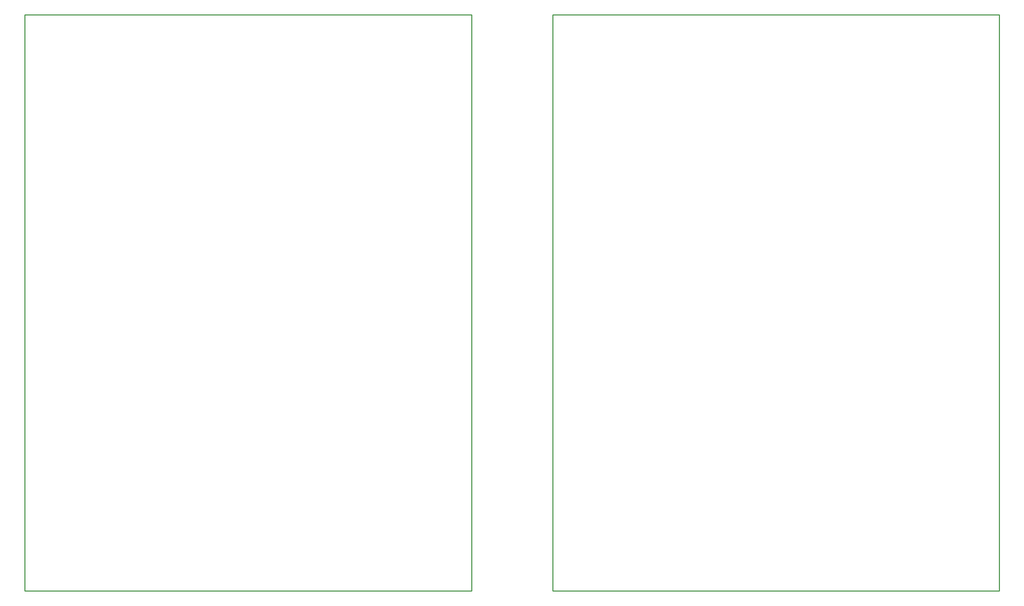
<source format=gko>
G04*
G04 #@! TF.GenerationSoftware,Altium Limited,Altium Designer,18.0.7 (293)*
G04*
G04 Layer_Color=16711935*
%FSLAX25Y25*%
%MOIN*%
G70*
G01*
G75*
%ADD57C,0.01000*%
D57*
X39370Y578740D02*
X472441D01*
X39370D02*
X39370Y19685D01*
X472441D02*
Y578740D01*
X39370Y19685D02*
X472441D01*
X551181Y578740D02*
X984252D01*
X551181D02*
X551181Y19685D01*
X984252D02*
Y578740D01*
X551181Y19685D02*
X984252D01*
M02*

</source>
